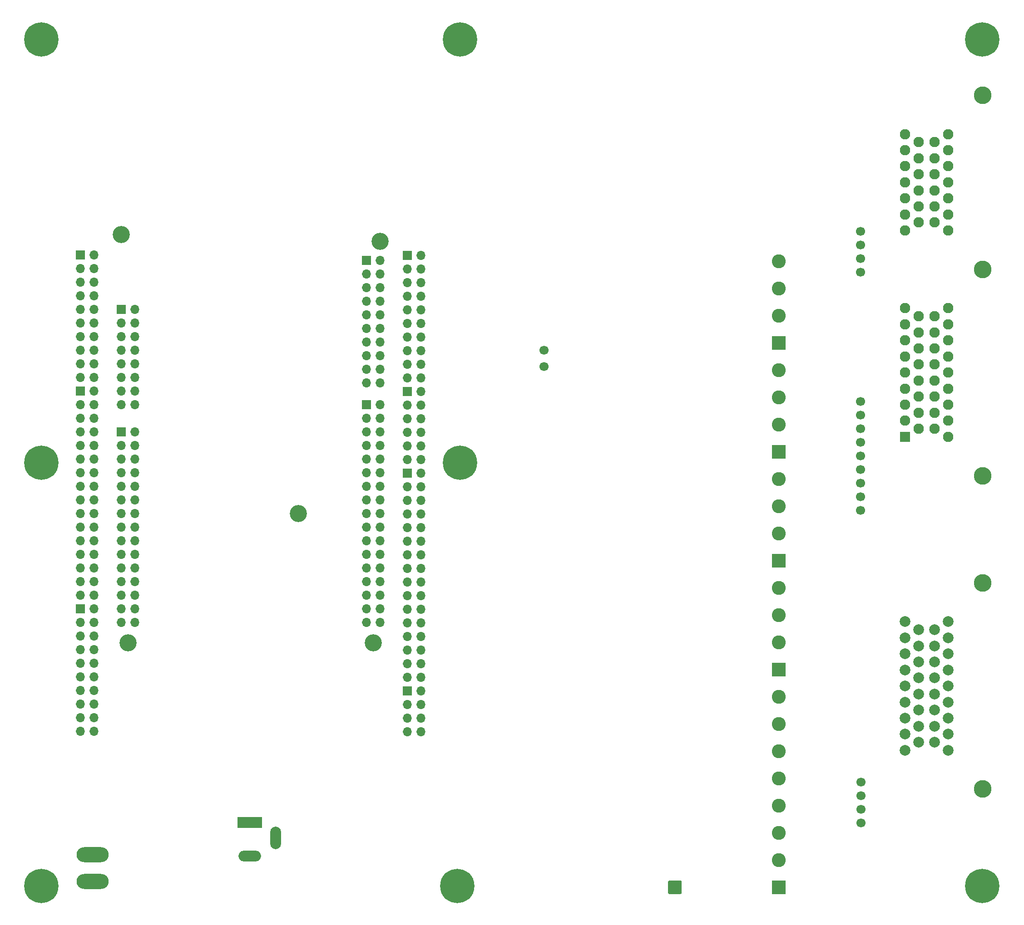
<source format=gbs>
G04 #@! TF.GenerationSoftware,KiCad,Pcbnew,8.0.9-8.0.9-0~ubuntu24.04.1*
G04 #@! TF.CreationDate,2025-04-13T01:11:08+00:00*
G04 #@! TF.ProjectId,digital_inputs,64696769-7461-46c5-9f69-6e707574732e,D*
G04 #@! TF.SameCoordinates,PX791ddc0PYca2dd00*
G04 #@! TF.FileFunction,Soldermask,Bot*
G04 #@! TF.FilePolarity,Negative*
%FSLAX46Y46*%
G04 Gerber Fmt 4.6, Leading zero omitted, Abs format (unit mm)*
G04 Created by KiCad (PCBNEW 8.0.9-8.0.9-0~ubuntu24.04.1) date 2025-04-13 01:11:08*
%MOMM*%
%LPD*%
G01*
G04 APERTURE LIST*
%ADD10C,0.800000*%
%ADD11C,6.400000*%
%ADD12C,3.300000*%
%ADD13R,1.950000X1.950000*%
%ADD14C,1.950000*%
%ADD15R,1.700000X1.700000*%
%ADD16O,1.700000X1.700000*%
%ADD17R,2.600000X2.600000*%
%ADD18C,2.600000*%
%ADD19C,1.700000*%
%ADD20C,3.200000*%
%ADD21O,6.000000X2.800000*%
%ADD22R,4.600000X2.000000*%
%ADD23O,4.200000X2.000000*%
%ADD24O,2.000000X4.200000*%
%ADD25C,2.000000*%
G04 APERTURE END LIST*
D10*
G04 #@! TO.C,J12*
X78600000Y3500000D03*
X79302944Y5197056D03*
X79302944Y1802944D03*
X81000000Y5900000D03*
D11*
X81000000Y3500000D03*
D10*
X81000000Y1100000D03*
X82697056Y5197056D03*
X82697056Y1802944D03*
X83400000Y3500000D03*
G04 #@! TD*
D12*
G04 #@! TO.C,J19*
X179000000Y151050000D03*
X179000000Y118550000D03*
X179000000Y80050000D03*
D13*
X164500000Y87300000D03*
D14*
X164500000Y90300000D03*
X164500000Y93300000D03*
X164500000Y96300000D03*
X164500000Y99300000D03*
X164500000Y102300000D03*
X164500000Y105300000D03*
X164500000Y108300000D03*
X164500000Y111300000D03*
X167000000Y88800000D03*
X167000000Y91800000D03*
X167000000Y94800000D03*
X167000000Y97800000D03*
X167000000Y100800000D03*
X167000000Y103800000D03*
X167000000Y106800000D03*
X167000000Y109800000D03*
X170000000Y88800000D03*
X170000000Y91800000D03*
X170000000Y94800000D03*
X170000000Y97800000D03*
X170000000Y100800000D03*
X170000000Y103800000D03*
X170000000Y106800000D03*
X170000000Y109800000D03*
X172500000Y87300000D03*
X172500000Y90300000D03*
X172500000Y93300000D03*
X172500000Y96300000D03*
X172500000Y99300000D03*
X172500000Y102300000D03*
X172500000Y105300000D03*
X172500000Y108300000D03*
X172500000Y111300000D03*
X164500000Y125800000D03*
X164500000Y128800000D03*
X164500000Y131800000D03*
X164500000Y134800000D03*
X164500000Y137800000D03*
X164500000Y140800000D03*
X164500000Y143800000D03*
X167000000Y127300000D03*
X167000000Y130300000D03*
X167000000Y133300000D03*
X167000000Y136300000D03*
X167000000Y139300000D03*
X167000000Y142300000D03*
X170000000Y127300000D03*
X170000000Y130300000D03*
X170000000Y133300000D03*
X170000000Y136300000D03*
X170000000Y139300000D03*
X170000000Y142300000D03*
X172500000Y125800000D03*
X172500000Y128800000D03*
X172500000Y131800000D03*
X172500000Y134800000D03*
X172500000Y137800000D03*
X172500000Y140800000D03*
X172500000Y143800000D03*
G04 #@! TD*
D15*
G04 #@! TO.C,J23*
X64090000Y120184000D03*
D16*
X66630000Y120184000D03*
X64090000Y117644000D03*
X66630000Y117644000D03*
X64090000Y115104000D03*
X66630000Y115104000D03*
X64090000Y112564000D03*
X66630000Y112564000D03*
X64090000Y110024000D03*
X66630000Y110024000D03*
X64090000Y107484000D03*
X66630000Y107484000D03*
X64090000Y104944000D03*
X66630000Y104944000D03*
X64090000Y102404000D03*
X66630000Y102404000D03*
X64090000Y99864000D03*
X66630000Y99864000D03*
X64090000Y97324000D03*
X66630000Y97324000D03*
G04 #@! TD*
D17*
G04 #@! TO.C,J6*
X140925000Y64180000D03*
D18*
X140925000Y69260000D03*
X140925000Y74340000D03*
X140925000Y79420000D03*
G04 #@! TD*
D19*
G04 #@! TO.C,P19*
X97200000Y100400000D03*
G04 #@! TD*
D20*
G04 #@! TO.C,H2*
X66630000Y123740000D03*
G04 #@! TD*
D21*
G04 #@! TO.C,CB1*
X13000000Y4300000D03*
X13000000Y9300000D03*
G04 #@! TD*
D19*
G04 #@! TO.C,P12*
X156210000Y125640000D03*
G04 #@! TD*
G04 #@! TO.C,P18*
X97200000Y103500000D03*
G04 #@! TD*
G04 #@! TO.C,P2*
X156210000Y91350000D03*
G04 #@! TD*
D15*
G04 #@! TO.C,J22*
X18370000Y88180000D03*
D16*
X20910000Y88180000D03*
X18370000Y85640000D03*
X20910000Y85640000D03*
X18370000Y83100000D03*
X20910000Y83100000D03*
X18370000Y80560000D03*
X20910000Y80560000D03*
X18370000Y78020000D03*
X20910000Y78020000D03*
X18370000Y75480000D03*
X20910000Y75480000D03*
X18370000Y72940000D03*
X20910000Y72940000D03*
X18370000Y70400000D03*
X20910000Y70400000D03*
X18370000Y67860000D03*
X20910000Y67860000D03*
X18370000Y65320000D03*
X20910000Y65320000D03*
X18370000Y62780000D03*
X20910000Y62780000D03*
X18370000Y60240000D03*
X20910000Y60240000D03*
X18370000Y57700000D03*
X20910000Y57700000D03*
X18370000Y55160000D03*
X20910000Y55160000D03*
X18370000Y52620000D03*
X20910000Y52620000D03*
G04 #@! TD*
D19*
G04 #@! TO.C,P8*
X156210000Y81190000D03*
G04 #@! TD*
G04 #@! TO.C,P10*
X156210000Y76110000D03*
G04 #@! TD*
D15*
G04 #@! TO.C,J27*
X71710000Y80540000D03*
D16*
X74250000Y80540000D03*
X71710000Y78000000D03*
X74250000Y78000000D03*
X71710000Y75460000D03*
X74250000Y75460000D03*
X71710000Y72920000D03*
X74250000Y72920000D03*
X71710000Y70380000D03*
X74250000Y70380000D03*
X71710000Y67840000D03*
X74250000Y67840000D03*
X71710000Y65300000D03*
X74250000Y65300000D03*
X71710000Y62760000D03*
X74250000Y62760000D03*
X71710000Y60220000D03*
X74250000Y60220000D03*
X71710000Y57680000D03*
X74250000Y57680000D03*
X71710000Y55140000D03*
X74250000Y55140000D03*
X71710000Y52600000D03*
X74250000Y52600000D03*
X71710000Y50060000D03*
X74250000Y50060000D03*
X71710000Y47520000D03*
X74250000Y47520000D03*
X71710000Y44980000D03*
X74250000Y44980000D03*
X71710000Y42440000D03*
X74250000Y42440000D03*
G04 #@! TD*
D22*
G04 #@! TO.C,J2*
X42350000Y15350000D03*
D23*
X42350000Y9050000D03*
D24*
X47150000Y12450000D03*
G04 #@! TD*
D20*
G04 #@! TO.C,H5*
X65360000Y48810000D03*
G04 #@! TD*
D10*
G04 #@! TO.C,J10*
X79100000Y82500000D03*
X79802944Y84197056D03*
X79802944Y80802944D03*
X81500000Y84900000D03*
D11*
X81500000Y82500000D03*
D10*
X81500000Y80100000D03*
X83197056Y84197056D03*
X83197056Y80802944D03*
X83900000Y82500000D03*
G04 #@! TD*
D15*
G04 #@! TO.C,J21*
X18370000Y111040000D03*
D16*
X20910000Y111040000D03*
X18370000Y108500000D03*
X20910000Y108500000D03*
X18370000Y105960000D03*
X20910000Y105960000D03*
X18370000Y103420000D03*
X20910000Y103420000D03*
X18370000Y100880000D03*
X20910000Y100880000D03*
X18370000Y98340000D03*
X20910000Y98340000D03*
X18370000Y95800000D03*
X20910000Y95800000D03*
X18370000Y93260000D03*
X20910000Y93260000D03*
G04 #@! TD*
D17*
G04 #@! TO.C,J7*
X140925000Y84500000D03*
D18*
X140925000Y89580000D03*
X140925000Y94660000D03*
X140925000Y99740000D03*
G04 #@! TD*
D17*
G04 #@! TO.C,J8*
X140925000Y104820000D03*
D18*
X140925000Y109900000D03*
X140925000Y114980000D03*
X140925000Y120060000D03*
G04 #@! TD*
D17*
G04 #@! TO.C,J3*
X140925000Y3220000D03*
D18*
X140925000Y8300000D03*
X140925000Y13380000D03*
X140925000Y18460000D03*
X140925000Y23540000D03*
X140925000Y28620000D03*
X140925000Y33700000D03*
X140925000Y38780000D03*
G04 #@! TD*
D10*
G04 #@! TO.C,J16*
X176514214Y3500000D03*
X177217158Y5197056D03*
X177217158Y1802944D03*
X178914214Y5900000D03*
D11*
X178914214Y3500000D03*
D10*
X178914214Y1100000D03*
X180611270Y5197056D03*
X180611270Y1802944D03*
X181314214Y3500000D03*
G04 #@! TD*
D19*
G04 #@! TO.C,P13*
X156210000Y120560000D03*
G04 #@! TD*
G04 #@! TO.C,P11*
X156210000Y73570000D03*
G04 #@! TD*
D10*
G04 #@! TO.C,J11*
X176514214Y161500000D03*
X177217158Y163197056D03*
X177217158Y159802944D03*
X178914214Y163900000D03*
D11*
X178914214Y161500000D03*
D10*
X178914214Y159100000D03*
X180611270Y163197056D03*
X180611270Y159802944D03*
X181314214Y161500000D03*
G04 #@! TD*
D19*
G04 #@! TO.C,P9*
X156210000Y78650000D03*
G04 #@! TD*
D15*
G04 #@! TO.C,J29*
X10750000Y55160000D03*
D16*
X13290000Y55160000D03*
X10750000Y52620000D03*
X13290000Y52620000D03*
X10750000Y50080000D03*
X13290000Y50080000D03*
X10750000Y47540000D03*
X13290000Y47540000D03*
X10750000Y45000000D03*
X13290000Y45000000D03*
X10750000Y42460000D03*
X13290000Y42460000D03*
X10750000Y39920000D03*
X13290000Y39920000D03*
X10750000Y37380000D03*
X13290000Y37380000D03*
X10750000Y34840000D03*
X13290000Y34840000D03*
X10750000Y32300000D03*
X13290000Y32300000D03*
G04 #@! TD*
D19*
G04 #@! TO.C,P1*
X156210000Y88810000D03*
G04 #@! TD*
G04 #@! TO.C,P15*
X156250000Y20320000D03*
G04 #@! TD*
D10*
G04 #@! TO.C,J13*
X1100000Y161500000D03*
X1802944Y163197056D03*
X1802944Y159802944D03*
X3500000Y163900000D03*
D11*
X3500000Y161500000D03*
D10*
X3500000Y159100000D03*
X5197056Y163197056D03*
X5197056Y159802944D03*
X5900000Y161500000D03*
G04 #@! TD*
D19*
G04 #@! TO.C,P3*
X156210000Y93890000D03*
G04 #@! TD*
G04 #@! TO.C,P16*
X156250000Y17780000D03*
G04 #@! TD*
D10*
G04 #@! TO.C,J14*
X79100000Y161500000D03*
X79802944Y163197056D03*
X79802944Y159802944D03*
X81500000Y163900000D03*
D11*
X81500000Y161500000D03*
D10*
X81500000Y159100000D03*
X83197056Y163197056D03*
X83197056Y159802944D03*
X83900000Y161500000D03*
G04 #@! TD*
D15*
G04 #@! TO.C,J25*
X71710000Y121180000D03*
D16*
X74250000Y121180000D03*
X71710000Y118640000D03*
X74250000Y118640000D03*
X71710000Y116100000D03*
X74250000Y116100000D03*
X71710000Y113560000D03*
X74250000Y113560000D03*
X71710000Y111020000D03*
X74250000Y111020000D03*
X71710000Y108480000D03*
X74250000Y108480000D03*
X71710000Y105940000D03*
X74250000Y105940000D03*
X71710000Y103400000D03*
X74250000Y103400000D03*
X71710000Y100860000D03*
X74250000Y100860000D03*
X71710000Y98320000D03*
X74250000Y98320000D03*
G04 #@! TD*
D20*
G04 #@! TO.C,H3*
X51390000Y72940000D03*
G04 #@! TD*
D15*
G04 #@! TO.C,J30*
X10750000Y95800000D03*
D16*
X13290000Y95800000D03*
X10750000Y93260000D03*
X13290000Y93260000D03*
X10750000Y90720000D03*
X13290000Y90720000D03*
X10750000Y88180000D03*
X13290000Y88180000D03*
X10750000Y85640000D03*
X13290000Y85640000D03*
X10750000Y83100000D03*
X13290000Y83100000D03*
X10750000Y80560000D03*
X13290000Y80560000D03*
X10750000Y78020000D03*
X13290000Y78020000D03*
X10750000Y75480000D03*
X13290000Y75480000D03*
X10750000Y72940000D03*
X13290000Y72940000D03*
X10750000Y70400000D03*
X13290000Y70400000D03*
X10750000Y67860000D03*
X13290000Y67860000D03*
X10750000Y65320000D03*
X13290000Y65320000D03*
X10750000Y62780000D03*
X13290000Y62780000D03*
X10750000Y60240000D03*
X13290000Y60240000D03*
X10750000Y57700000D03*
X13290000Y57700000D03*
G04 #@! TD*
D19*
G04 #@! TO.C,P17*
X156250000Y15240000D03*
G04 #@! TD*
G04 #@! TO.C,J4*
G36*
G01*
X120305000Y2194999D02*
X120305000Y4245001D01*
G75*
G02*
X120554999Y4495000I249999J0D01*
G01*
X122605001Y4495000D01*
G75*
G02*
X122855000Y4245001I0J-249999D01*
G01*
X122855000Y2194999D01*
G75*
G02*
X122605001Y1945000I-249999J0D01*
G01*
X120554999Y1945000D01*
G75*
G02*
X120305000Y2194999I0J249999D01*
G01*
G37*
G04 #@! TD*
D15*
G04 #@! TO.C,J20*
X10750000Y121200000D03*
D16*
X13290000Y121200000D03*
X10750000Y118660000D03*
X13290000Y118660000D03*
X10750000Y116120000D03*
X13290000Y116120000D03*
X10750000Y113580000D03*
X13290000Y113580000D03*
X10750000Y111040000D03*
X13290000Y111040000D03*
X10750000Y108500000D03*
X13290000Y108500000D03*
X10750000Y105960000D03*
X13290000Y105960000D03*
X10750000Y103420000D03*
X13290000Y103420000D03*
X10750000Y100880000D03*
X13290000Y100880000D03*
X10750000Y98340000D03*
X13290000Y98340000D03*
G04 #@! TD*
D15*
G04 #@! TO.C,J28*
X71710000Y39900000D03*
D16*
X74250000Y39900000D03*
X71710000Y37360000D03*
X74250000Y37360000D03*
X71710000Y34820000D03*
X74250000Y34820000D03*
X71710000Y32280000D03*
X74250000Y32280000D03*
G04 #@! TD*
D15*
G04 #@! TO.C,J24*
X64090000Y93260000D03*
D16*
X66630000Y93260000D03*
X64090000Y90720000D03*
X66630000Y90720000D03*
X64090000Y88180000D03*
X66630000Y88180000D03*
X64090000Y85640000D03*
X66630000Y85640000D03*
X64090000Y83100000D03*
X66630000Y83100000D03*
X64090000Y80560000D03*
X66630000Y80560000D03*
X64090000Y78020000D03*
X66630000Y78020000D03*
X64090000Y75480000D03*
X66630000Y75480000D03*
X64090000Y72940000D03*
X66630000Y72940000D03*
X64090000Y70400000D03*
X66630000Y70400000D03*
X64090000Y67860000D03*
X66630000Y67860000D03*
X64090000Y65320000D03*
X66630000Y65320000D03*
X64090000Y62780000D03*
X66630000Y62780000D03*
X64090000Y60240000D03*
X66630000Y60240000D03*
X64090000Y57700000D03*
X66630000Y57700000D03*
X64090000Y55160000D03*
X66630000Y55160000D03*
X64090000Y52620000D03*
X66630000Y52620000D03*
G04 #@! TD*
D19*
G04 #@! TO.C,P6*
X156210000Y86270000D03*
G04 #@! TD*
D20*
G04 #@! TO.C,H4*
X19640000Y48810000D03*
G04 #@! TD*
D19*
G04 #@! TO.C,P14*
X156250000Y22860000D03*
G04 #@! TD*
D10*
G04 #@! TO.C,J17*
X1100000Y3500000D03*
X1802944Y5197056D03*
X1802944Y1802944D03*
X3500000Y5900000D03*
D11*
X3500000Y3500000D03*
D10*
X3500000Y1100000D03*
X5197056Y5197056D03*
X5197056Y1802944D03*
X5900000Y3500000D03*
G04 #@! TD*
D15*
G04 #@! TO.C,J26*
X71710000Y95780000D03*
D16*
X74250000Y95780000D03*
X71710000Y93240000D03*
X74250000Y93240000D03*
X71710000Y90700000D03*
X74250000Y90700000D03*
X71710000Y88160000D03*
X74250000Y88160000D03*
X71710000Y85620000D03*
X74250000Y85620000D03*
X71710000Y83080000D03*
X74250000Y83080000D03*
G04 #@! TD*
D19*
G04 #@! TO.C,P4*
X156210000Y123100000D03*
G04 #@! TD*
D10*
G04 #@! TO.C,J15*
X1100000Y82500000D03*
X1802944Y84197056D03*
X1802944Y80802944D03*
X3500000Y84900000D03*
D11*
X3500000Y82500000D03*
D10*
X3500000Y80100000D03*
X5197056Y84197056D03*
X5197056Y80802944D03*
X5900000Y82500000D03*
G04 #@! TD*
D19*
G04 #@! TO.C,P5*
X156210000Y118020000D03*
G04 #@! TD*
D12*
G04 #@! TO.C,J1*
X179000000Y21550000D03*
X179000000Y60050000D03*
D25*
X164500000Y28800000D03*
X164500000Y31800000D03*
X164500000Y34800000D03*
X164500000Y37800000D03*
X164500000Y40800000D03*
X164500000Y43800000D03*
X164500000Y46800000D03*
X164500000Y49800000D03*
X164500000Y52800000D03*
X167000000Y30300000D03*
X167000000Y33300000D03*
X167000000Y36300000D03*
X167000000Y39300000D03*
X167000000Y42300000D03*
X167000000Y45300000D03*
X167000000Y48300000D03*
X167000000Y51300000D03*
X170000000Y30300000D03*
X170000000Y33300000D03*
X170000000Y36300000D03*
X170000000Y39300000D03*
X170000000Y42300000D03*
X170000000Y45300000D03*
X170000000Y48300000D03*
X170000000Y51300000D03*
X172500000Y28800000D03*
X172500000Y31800000D03*
X172500000Y34800000D03*
X172500000Y37800000D03*
X172500000Y40800000D03*
X172500000Y43800000D03*
X172500000Y46800000D03*
X172500000Y49800000D03*
X172500000Y52800000D03*
G04 #@! TD*
D19*
G04 #@! TO.C,P7*
X156210000Y83730000D03*
G04 #@! TD*
D17*
G04 #@! TO.C,J9*
X140925000Y43860000D03*
D18*
X140925000Y48940000D03*
X140925000Y54020000D03*
X140925000Y59100000D03*
G04 #@! TD*
D20*
G04 #@! TO.C,H1*
X18370000Y125010000D03*
G04 #@! TD*
M02*

</source>
